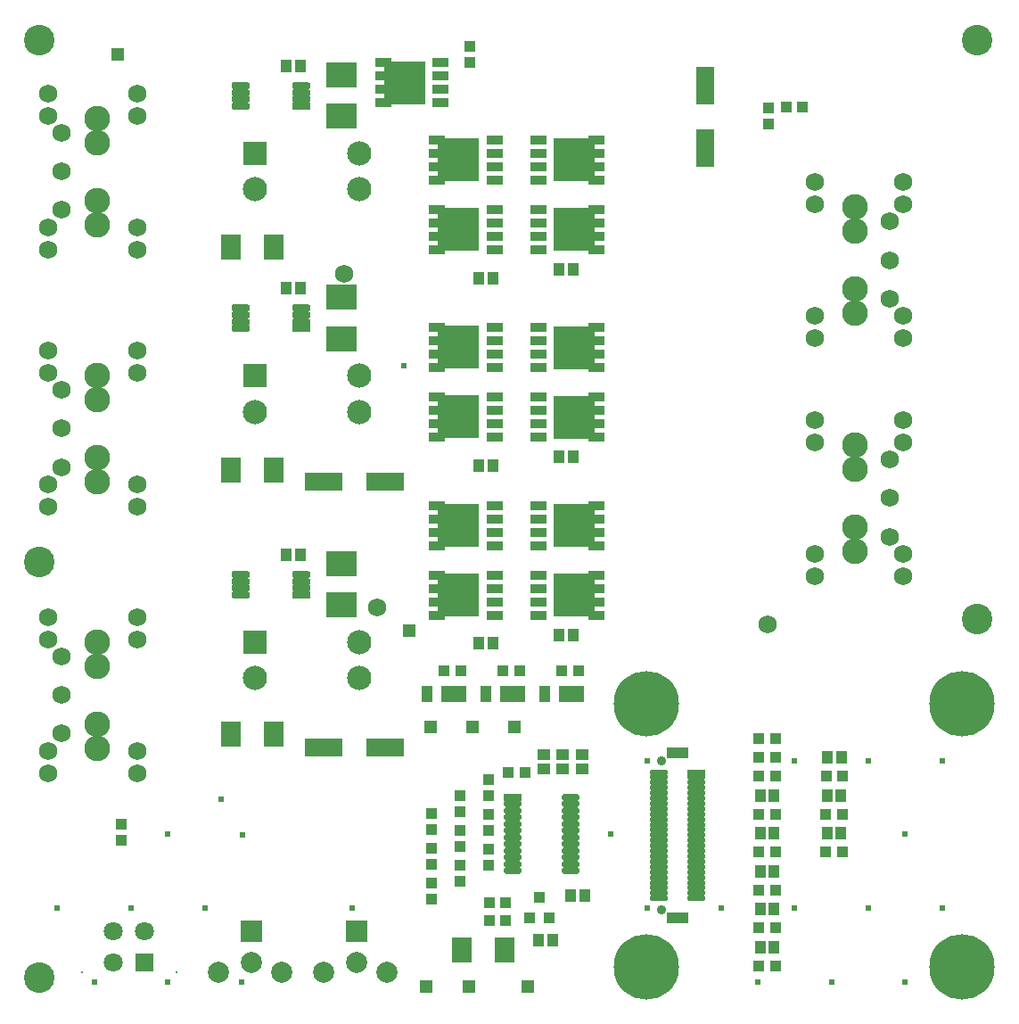
<source format=gts>
G04*
G04 #@! TF.GenerationSoftware,Altium Limited,Altium Designer,20.1.8 (145)*
G04*
G04 Layer_Color=8388736*
%FSLAX25Y25*%
%MOIN*%
G70*
G04*
G04 #@! TF.SameCoordinates,CA1AD960-CC60-4823-93EC-705349262C67*
G04*
G04*
G04 #@! TF.FilePolarity,Negative*
G04*
G01*
G75*
%ADD38C,0.24422*%
%ADD39R,0.15564X0.16194*%
%ADD40R,0.06391X0.03202*%
%ADD41R,0.04147X0.04147*%
G04:AMPARAMS|DCode=42|XSize=25.72mil|YSize=65.09mil|CornerRadius=8.43mil|HoleSize=0mil|Usage=FLASHONLY|Rotation=90.000|XOffset=0mil|YOffset=0mil|HoleType=Round|Shape=RoundedRectangle|*
%AMROUNDEDRECTD42*
21,1,0.02572,0.04823,0,0,90.0*
21,1,0.00886,0.06509,0,0,90.0*
1,1,0.01686,0.02411,0.00443*
1,1,0.01686,0.02411,-0.00443*
1,1,0.01686,-0.02411,-0.00443*
1,1,0.01686,-0.02411,0.00443*
%
%ADD42ROUNDEDRECTD42*%
%ADD43R,0.06509X0.02572*%
%ADD44R,0.04737X0.04737*%
%ADD45R,0.07800X0.09300*%
%ADD46R,0.06902X0.14383*%
%ADD47R,0.11824X0.09265*%
%ADD48R,0.09461X0.06312*%
%ADD49R,0.04343X0.06312*%
%ADD50R,0.04147X0.04147*%
%ADD51R,0.04143X0.04537*%
%ADD52R,0.03950X0.04343*%
%ADD53R,0.07887X0.03950*%
%ADD54O,0.07099X0.01981*%
%ADD55R,0.07099X0.01981*%
%ADD56R,0.14383X0.06902*%
%ADD57R,0.06706X0.02572*%
G04:AMPARAMS|DCode=58|XSize=67.06mil|YSize=25.72mil|CornerRadius=8.43mil|HoleSize=0mil|Usage=FLASHONLY|Rotation=180.000|XOffset=0mil|YOffset=0mil|HoleType=Round|Shape=RoundedRectangle|*
%AMROUNDEDRECTD58*
21,1,0.06706,0.00886,0,0,180.0*
21,1,0.05020,0.02572,0,0,180.0*
1,1,0.01686,-0.02510,0.00443*
1,1,0.01686,0.02510,0.00443*
1,1,0.01686,0.02510,-0.00443*
1,1,0.01686,-0.02510,-0.00443*
%
%ADD58ROUNDEDRECTD58*%
%ADD59R,0.04537X0.04143*%
%ADD60R,0.03950X0.03950*%
%ADD61C,0.00800*%
%ADD62C,0.07099*%
%ADD63R,0.07099X0.07099*%
%ADD64C,0.06800*%
%ADD65C,0.09658*%
%ADD66C,0.11430*%
%ADD67C,0.03556*%
%ADD68C,0.07887*%
%ADD69R,0.07887X0.07887*%
%ADD70R,0.09068X0.09068*%
%ADD71C,0.09068*%
%ADD72C,0.02375*%
D38*
X238583Y114173D02*
D03*
X356693D02*
D03*
Y15748D02*
D03*
X238583D02*
D03*
D39*
X168484Y247264D02*
D03*
X211831Y247224D02*
D03*
Y221240D02*
D03*
Y180689D02*
D03*
X168484Y154744D02*
D03*
Y180728D02*
D03*
X148406Y346201D02*
D03*
X211831Y154705D02*
D03*
X168484Y317342D02*
D03*
X211831Y317303D02*
D03*
Y291319D02*
D03*
X168484Y291358D02*
D03*
Y221280D02*
D03*
D40*
X160276Y239764D02*
D03*
Y244764D02*
D03*
Y249764D02*
D03*
Y254764D02*
D03*
X181890D02*
D03*
Y249764D02*
D03*
Y244764D02*
D03*
Y239764D02*
D03*
X220039Y254724D02*
D03*
Y249724D02*
D03*
Y244724D02*
D03*
Y239724D02*
D03*
X198425D02*
D03*
Y244724D02*
D03*
Y249724D02*
D03*
Y254724D02*
D03*
X220039Y228740D02*
D03*
Y223740D02*
D03*
Y218740D02*
D03*
Y213740D02*
D03*
X198425D02*
D03*
Y218740D02*
D03*
Y223740D02*
D03*
Y228740D02*
D03*
X220039Y188189D02*
D03*
Y183189D02*
D03*
Y178189D02*
D03*
Y173189D02*
D03*
X198425D02*
D03*
Y178189D02*
D03*
Y183189D02*
D03*
Y188189D02*
D03*
X160276Y147244D02*
D03*
Y152244D02*
D03*
Y157244D02*
D03*
Y162244D02*
D03*
X181890D02*
D03*
Y157244D02*
D03*
Y152244D02*
D03*
Y147244D02*
D03*
X160276Y173228D02*
D03*
Y178228D02*
D03*
Y183228D02*
D03*
Y188228D02*
D03*
X181890D02*
D03*
Y183228D02*
D03*
Y178228D02*
D03*
Y173228D02*
D03*
X140197Y338701D02*
D03*
Y343701D02*
D03*
Y348701D02*
D03*
Y353701D02*
D03*
X161811D02*
D03*
Y348701D02*
D03*
Y343701D02*
D03*
Y338701D02*
D03*
X220039Y162205D02*
D03*
Y157205D02*
D03*
Y152205D02*
D03*
Y147205D02*
D03*
X198425D02*
D03*
Y152205D02*
D03*
Y157205D02*
D03*
Y162205D02*
D03*
X160276Y309842D02*
D03*
Y314843D02*
D03*
Y319843D02*
D03*
Y324843D02*
D03*
X181890D02*
D03*
Y319843D02*
D03*
Y314843D02*
D03*
Y309842D02*
D03*
X220039Y324803D02*
D03*
Y319803D02*
D03*
Y314803D02*
D03*
Y309803D02*
D03*
X198425D02*
D03*
Y314803D02*
D03*
Y319803D02*
D03*
Y324803D02*
D03*
X220039Y298819D02*
D03*
Y293819D02*
D03*
Y288819D02*
D03*
Y283819D02*
D03*
X198425D02*
D03*
Y288819D02*
D03*
Y293819D02*
D03*
Y298819D02*
D03*
X160276Y283858D02*
D03*
Y288858D02*
D03*
Y293858D02*
D03*
Y298858D02*
D03*
X181890D02*
D03*
Y293858D02*
D03*
Y288858D02*
D03*
Y283858D02*
D03*
Y213779D02*
D03*
Y218779D02*
D03*
Y223780D02*
D03*
Y228780D02*
D03*
X160276D02*
D03*
Y223780D02*
D03*
Y218779D02*
D03*
Y213779D02*
D03*
D41*
X42520Y69193D02*
D03*
Y63090D02*
D03*
X284252Y336910D02*
D03*
Y330807D02*
D03*
X179528Y72736D02*
D03*
Y66634D02*
D03*
X168898Y47736D02*
D03*
Y53839D02*
D03*
X179528Y85728D02*
D03*
Y79626D02*
D03*
Y59744D02*
D03*
Y53642D02*
D03*
X168898Y73721D02*
D03*
Y79823D02*
D03*
X158268Y67027D02*
D03*
Y73130D02*
D03*
Y54035D02*
D03*
Y60138D02*
D03*
X168898Y60728D02*
D03*
Y66831D02*
D03*
X158268Y41043D02*
D03*
Y47146D02*
D03*
X172835Y359744D02*
D03*
Y353642D02*
D03*
D42*
X210241Y51604D02*
D03*
Y54104D02*
D03*
Y56604D02*
D03*
Y59104D02*
D03*
Y61604D02*
D03*
Y64104D02*
D03*
Y66604D02*
D03*
Y69104D02*
D03*
Y71604D02*
D03*
Y74104D02*
D03*
Y76604D02*
D03*
Y79104D02*
D03*
X188784Y51604D02*
D03*
Y54104D02*
D03*
Y56604D02*
D03*
Y59104D02*
D03*
Y61604D02*
D03*
Y64104D02*
D03*
Y66604D02*
D03*
Y69104D02*
D03*
Y71604D02*
D03*
Y74104D02*
D03*
Y76604D02*
D03*
D43*
Y79104D02*
D03*
D44*
X156299Y8268D02*
D03*
X172236D02*
D03*
X150000Y141339D02*
D03*
X194418Y8268D02*
D03*
X40945Y356693D02*
D03*
X157874Y105512D02*
D03*
X173622D02*
D03*
X189370D02*
D03*
D45*
X185685Y22047D02*
D03*
X169685D02*
D03*
X83465Y284646D02*
D03*
X99465D02*
D03*
X83465Y201575D02*
D03*
X99465D02*
D03*
X83465Y102756D02*
D03*
X99465D02*
D03*
D46*
X260630Y321850D02*
D03*
Y345079D02*
D03*
D47*
X124803Y250590D02*
D03*
Y265945D02*
D03*
X124803Y333661D02*
D03*
Y349016D02*
D03*
Y150984D02*
D03*
Y166339D02*
D03*
D48*
X166732Y117717D02*
D03*
X188779Y117717D02*
D03*
X210827Y117717D02*
D03*
D49*
X156693D02*
D03*
X178740Y117717D02*
D03*
X200787Y117717D02*
D03*
D50*
X163091Y126378D02*
D03*
X169193D02*
D03*
X185138D02*
D03*
X191240D02*
D03*
X207185Y126378D02*
D03*
X213287D02*
D03*
X193209Y88583D02*
D03*
X187106D02*
D03*
X180020Y39764D02*
D03*
X186122D02*
D03*
X180020Y33071D02*
D03*
X186122D02*
D03*
X280807Y58661D02*
D03*
X286910D02*
D03*
X280807Y72835D02*
D03*
X286910D02*
D03*
X305906Y87008D02*
D03*
X312008D02*
D03*
X305807Y72835D02*
D03*
X311910D02*
D03*
X280807Y16142D02*
D03*
X286909D02*
D03*
X280807Y30315D02*
D03*
X286909D02*
D03*
X280807Y44488D02*
D03*
X286909D02*
D03*
X305807Y58661D02*
D03*
X311910D02*
D03*
X280807Y94095D02*
D03*
X286910D02*
D03*
X280807Y87008D02*
D03*
X286910D02*
D03*
X280807Y101181D02*
D03*
X286910D02*
D03*
D51*
X198229Y25785D02*
D03*
X203544D02*
D03*
X281201Y65748D02*
D03*
X286516D02*
D03*
X281201Y79921D02*
D03*
X286516D02*
D03*
X306299Y94095D02*
D03*
X311614D02*
D03*
X306201Y79921D02*
D03*
X311516D02*
D03*
X281201Y23228D02*
D03*
X286516D02*
D03*
X281201Y37402D02*
D03*
X286516D02*
D03*
X281201Y51575D02*
D03*
X286516D02*
D03*
X306201Y65748D02*
D03*
X311516D02*
D03*
X210335Y42520D02*
D03*
X215650D02*
D03*
X104035Y269291D02*
D03*
X109350D02*
D03*
X104035Y352362D02*
D03*
X109350D02*
D03*
X104035Y169685D02*
D03*
X109350D02*
D03*
X206004Y206299D02*
D03*
X211319D02*
D03*
X181398Y273228D02*
D03*
X176083D02*
D03*
X181398Y203150D02*
D03*
X176083D02*
D03*
X206004Y139764D02*
D03*
X211319D02*
D03*
X181398Y136614D02*
D03*
X176083D02*
D03*
X211299Y276398D02*
D03*
X205984D02*
D03*
D52*
X195170Y33954D02*
D03*
X202257D02*
D03*
X198713Y41828D02*
D03*
D53*
X250394Y95669D02*
D03*
Y34252D02*
D03*
D54*
X243307Y88583D02*
D03*
Y86614D02*
D03*
Y84646D02*
D03*
Y82677D02*
D03*
Y80709D02*
D03*
Y78740D02*
D03*
Y76772D02*
D03*
Y74803D02*
D03*
Y72835D02*
D03*
Y70866D02*
D03*
Y68898D02*
D03*
Y66929D02*
D03*
Y64961D02*
D03*
Y62992D02*
D03*
Y61024D02*
D03*
Y59055D02*
D03*
Y57087D02*
D03*
Y55118D02*
D03*
Y53150D02*
D03*
Y51181D02*
D03*
Y49213D02*
D03*
Y47244D02*
D03*
Y45276D02*
D03*
Y43307D02*
D03*
Y41339D02*
D03*
X257480D02*
D03*
Y43307D02*
D03*
Y45276D02*
D03*
Y47244D02*
D03*
Y49213D02*
D03*
Y51181D02*
D03*
Y53150D02*
D03*
Y55118D02*
D03*
Y57087D02*
D03*
Y59055D02*
D03*
Y61024D02*
D03*
Y62992D02*
D03*
Y64961D02*
D03*
Y66929D02*
D03*
Y68898D02*
D03*
Y70866D02*
D03*
Y72835D02*
D03*
Y74803D02*
D03*
Y76772D02*
D03*
Y78740D02*
D03*
Y80709D02*
D03*
Y82677D02*
D03*
Y84646D02*
D03*
Y86614D02*
D03*
D55*
Y88583D02*
D03*
D56*
X141142Y197244D02*
D03*
X117913D02*
D03*
X141142Y97638D02*
D03*
X117913D02*
D03*
D57*
X109843Y154724D02*
D03*
Y337402D02*
D03*
Y254331D02*
D03*
D58*
Y157283D02*
D03*
Y159843D02*
D03*
Y162402D02*
D03*
X87008Y154724D02*
D03*
Y157283D02*
D03*
Y159843D02*
D03*
Y162402D02*
D03*
X109843Y339961D02*
D03*
Y342520D02*
D03*
Y345079D02*
D03*
X87008Y337402D02*
D03*
Y339961D02*
D03*
Y342520D02*
D03*
Y345079D02*
D03*
Y262008D02*
D03*
Y259449D02*
D03*
Y256890D02*
D03*
Y254331D02*
D03*
X109843Y262008D02*
D03*
Y259449D02*
D03*
Y256890D02*
D03*
D59*
X214567Y89862D02*
D03*
Y95177D02*
D03*
X207480Y89862D02*
D03*
Y95177D02*
D03*
X200394Y89862D02*
D03*
Y95177D02*
D03*
D60*
X297047Y337047D02*
D03*
X291142D02*
D03*
D61*
X238583Y114173D02*
D03*
X356693D02*
D03*
Y15748D02*
D03*
X238583D02*
D03*
X27559Y13622D02*
D03*
X62992Y13622D02*
D03*
D62*
X51181Y29134D02*
D03*
X39370D02*
D03*
Y17323D02*
D03*
D63*
X51181D02*
D03*
D64*
X15157Y138189D02*
D03*
X20177Y131693D02*
D03*
Y117323D02*
D03*
Y102953D02*
D03*
X15157Y146457D02*
D03*
X48425D02*
D03*
Y138189D02*
D03*
X15157Y88189D02*
D03*
Y96457D02*
D03*
X48425Y88189D02*
D03*
Y96457D02*
D03*
X334842Y259055D02*
D03*
X329823Y265551D02*
D03*
Y279921D02*
D03*
Y294291D02*
D03*
X334842Y250787D02*
D03*
X301575D02*
D03*
Y259055D02*
D03*
X334842Y309055D02*
D03*
Y300787D02*
D03*
X301575Y309055D02*
D03*
Y300787D02*
D03*
X334842Y170079D02*
D03*
X329823Y176575D02*
D03*
Y190945D02*
D03*
Y205315D02*
D03*
X334842Y161811D02*
D03*
X301575D02*
D03*
Y170079D02*
D03*
X334842Y220079D02*
D03*
Y211811D02*
D03*
X301575Y220079D02*
D03*
Y211811D02*
D03*
X48425Y292126D02*
D03*
Y283858D02*
D03*
X15157Y292126D02*
D03*
Y283858D02*
D03*
X48425Y333858D02*
D03*
Y342126D02*
D03*
X15157D02*
D03*
X20177Y298622D02*
D03*
Y312992D02*
D03*
Y327362D02*
D03*
X15157Y333858D02*
D03*
X48425Y196063D02*
D03*
Y187795D02*
D03*
X15157Y196063D02*
D03*
Y187795D02*
D03*
X48425Y237795D02*
D03*
Y246063D02*
D03*
X15157D02*
D03*
X20177Y202559D02*
D03*
Y216929D02*
D03*
Y231299D02*
D03*
X15157Y237795D02*
D03*
X283858Y143701D02*
D03*
X125591Y274803D02*
D03*
X138189Y150000D02*
D03*
D65*
X33465Y97441D02*
D03*
Y106496D02*
D03*
Y137205D02*
D03*
Y128150D02*
D03*
X316535Y299803D02*
D03*
Y290748D02*
D03*
Y260039D02*
D03*
Y269094D02*
D03*
Y210827D02*
D03*
Y201772D02*
D03*
Y171063D02*
D03*
Y180118D02*
D03*
X33465Y323819D02*
D03*
Y332874D02*
D03*
Y302165D02*
D03*
Y293110D02*
D03*
Y227756D02*
D03*
Y236811D02*
D03*
Y206102D02*
D03*
Y197047D02*
D03*
D66*
X11811Y11811D02*
D03*
X362205Y145669D02*
D03*
X11811Y166929D02*
D03*
X362205Y362205D02*
D03*
X11811D02*
D03*
D67*
X244488Y92716D02*
D03*
Y37205D02*
D03*
D68*
X118110Y13622D02*
D03*
X141732D02*
D03*
X130315Y17323D02*
D03*
X90945D02*
D03*
X102362Y13622D02*
D03*
X78740D02*
D03*
D69*
X130315Y29134D02*
D03*
X90945D02*
D03*
D70*
X92323Y319685D02*
D03*
Y236614D02*
D03*
Y137008D02*
D03*
D71*
X131299Y319685D02*
D03*
Y306299D02*
D03*
X92323D02*
D03*
X131299Y236614D02*
D03*
Y223228D02*
D03*
X92323D02*
D03*
X131299Y137008D02*
D03*
Y123622D02*
D03*
X92323D02*
D03*
D72*
X148031Y240490D02*
D03*
X349213Y92913D02*
D03*
X335433Y65354D02*
D03*
X349213Y37795D02*
D03*
X335433Y10236D02*
D03*
X321654Y92913D02*
D03*
Y37795D02*
D03*
X307874Y10236D02*
D03*
X294095Y92913D02*
D03*
Y37795D02*
D03*
X280315Y10236D02*
D03*
X266535Y37795D02*
D03*
X238977Y92913D02*
D03*
X225197Y65354D02*
D03*
X238977Y37795D02*
D03*
X128740D02*
D03*
X87402Y10236D02*
D03*
X59843Y65354D02*
D03*
X73622Y37795D02*
D03*
X59843Y10236D02*
D03*
X46063Y37795D02*
D03*
X32283Y10236D02*
D03*
X18504Y37795D02*
D03*
X79527Y78346D02*
D03*
X87795Y64961D02*
D03*
M02*

</source>
